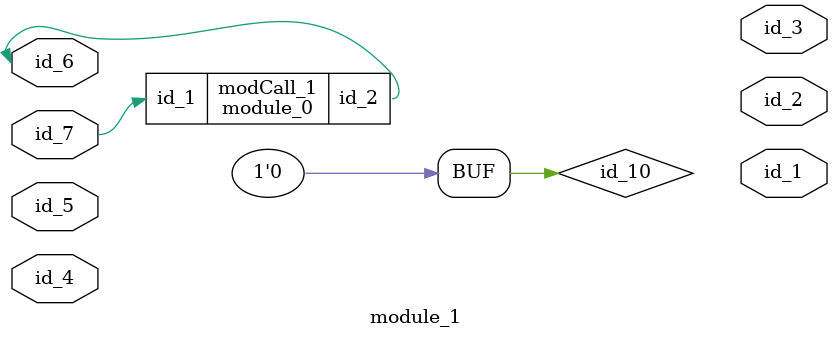
<source format=v>
module module_0 (
    id_1,
    id_2
);
  inout wire id_2;
  input wire id_1;
endmodule
module module_1 (
    id_1,
    id_2,
    id_3,
    id_4,
    id_5,
    id_6,
    id_7
);
  input wire id_7;
  inout wire id_6;
  input wire id_5;
  inout wire id_4;
  output wire id_3;
  output wire id_2;
  output wire id_1;
  wire id_8;
  parameter id_9 = id_5;
  supply0 id_10;
  always $display(id_8, id_4[1 : 1] & id_10, id_10);
  module_0 modCall_1 (
      id_7,
      id_6
  );
endmodule

</source>
